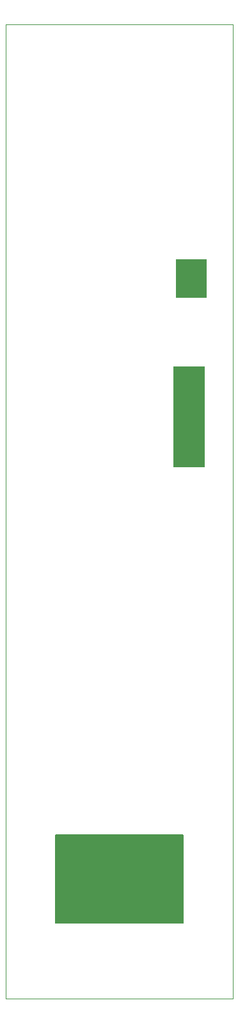
<source format=gbr>
%TF.GenerationSoftware,KiCad,Pcbnew,7.0.5*%
%TF.CreationDate,2023-07-15T15:58:03-07:00*%
%TF.ProjectId,Panel,50616e65-6c2e-46b6-9963-61645f706362,rev?*%
%TF.SameCoordinates,Original*%
%TF.FileFunction,Profile,NP*%
%FSLAX46Y46*%
G04 Gerber Fmt 4.6, Leading zero omitted, Abs format (unit mm)*
G04 Created by KiCad (PCBNEW 7.0.5) date 2023-07-15 15:58:03*
%MOMM*%
%LPD*%
G01*
G04 APERTURE LIST*
%TA.AperFunction,Profile*%
%ADD10C,0.150000*%
%TD*%
%TA.AperFunction,Profile*%
%ADD11C,0.050000*%
%TD*%
G04 APERTURE END LIST*
D10*
X83111354Y-143635997D02*
X100011354Y-143635997D01*
X100011354Y-155235997D01*
X83111354Y-155235997D01*
X83111354Y-143635997D01*
%TA.AperFunction,Profile*%
G36*
X83111354Y-143635997D02*
G01*
X100011354Y-143635997D01*
X100011354Y-155235997D01*
X83111354Y-155235997D01*
X83111354Y-143635997D01*
G37*
%TD.AperFunction*%
D11*
X76561354Y-36685997D02*
X106561354Y-36685997D01*
X106561354Y-165185997D01*
X76561354Y-165185997D01*
X76561354Y-36685997D01*
X99061354Y-67685997D02*
X103061354Y-67685997D01*
X103061354Y-72685997D01*
X99061354Y-72685997D01*
X99061354Y-67685997D01*
%TA.AperFunction,Profile*%
G36*
X99061354Y-67685997D02*
G01*
X103061354Y-67685997D01*
X103061354Y-72685997D01*
X99061354Y-72685997D01*
X99061354Y-67685997D01*
G37*
%TD.AperFunction*%
X98761354Y-81785997D02*
X102761354Y-81785997D01*
X102761354Y-94985997D01*
X98761354Y-94985997D01*
X98761354Y-81785997D01*
%TA.AperFunction,Profile*%
G36*
X98761354Y-81785997D02*
G01*
X102761354Y-81785997D01*
X102761354Y-94985997D01*
X98761354Y-94985997D01*
X98761354Y-81785997D01*
G37*
%TD.AperFunction*%
M02*

</source>
